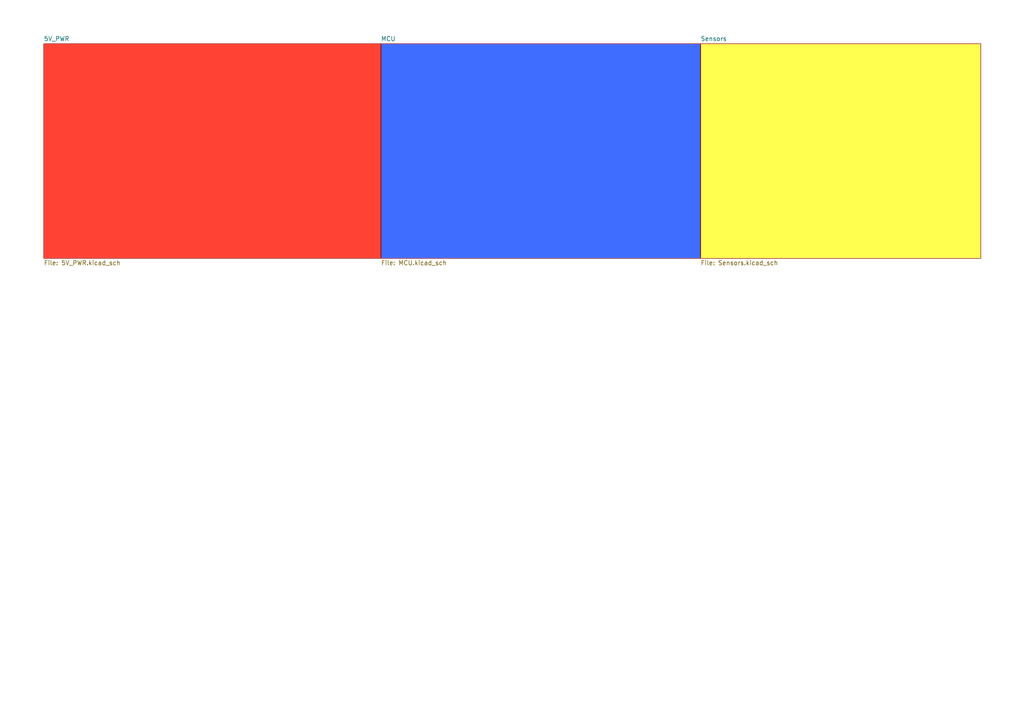
<source format=kicad_sch>
(kicad_sch
	(version 20250114)
	(generator "eeschema")
	(generator_version "9.0")
	(uuid "09432e69-3815-494d-a1cb-cc5c07609725")
	(paper "A4")
	(title_block
		(title "MAIN SHEET")
		(date "01-01-2026")
		(rev "1")
	)
	(lib_symbols)
	(sheet
		(at 12.7 12.7)
		(size 97.79 62.23)
		(exclude_from_sim no)
		(in_bom yes)
		(on_board yes)
		(dnp no)
		(fields_autoplaced yes)
		(stroke
			(width 0.1524)
			(type solid)
		)
		(fill
			(color 255 66 51 1.0000)
		)
		(uuid "2e3f9e0d-9bfc-4ce4-9bd7-45360d853204")
		(property "Sheetname" "5V_PWR"
			(at 12.7 11.9884 0)
			(effects
				(font
					(size 1.27 1.27)
				)
				(justify left bottom)
			)
		)
		(property "Sheetfile" "5V_PWR.kicad_sch"
			(at 12.7 75.5146 0)
			(effects
				(font
					(size 1.27 1.27)
				)
				(justify left top)
			)
		)
		(instances
			(project "IRIS V2"
				(path "/09432e69-3815-494d-a1cb-cc5c07609725"
					(page "2")
				)
			)
		)
	)
	(sheet
		(at 110.49 12.7)
		(size 92.71 62.23)
		(exclude_from_sim no)
		(in_bom yes)
		(on_board yes)
		(dnp no)
		(fields_autoplaced yes)
		(stroke
			(width 0.1524)
			(type solid)
		)
		(fill
			(color 62 109 255 1.0000)
		)
		(uuid "45895381-b332-4eff-bb9b-cf0310849c62")
		(property "Sheetname" "MCU"
			(at 110.49 11.9884 0)
			(effects
				(font
					(size 1.27 1.27)
				)
				(justify left bottom)
			)
		)
		(property "Sheetfile" "MCU.kicad_sch"
			(at 110.49 75.5146 0)
			(effects
				(font
					(size 1.27 1.27)
				)
				(justify left top)
			)
		)
		(instances
			(project "IRIS V2"
				(path "/09432e69-3815-494d-a1cb-cc5c07609725"
					(page "3")
				)
			)
		)
	)
	(sheet
		(at 203.2 12.7)
		(size 81.28 62.23)
		(exclude_from_sim no)
		(in_bom yes)
		(on_board yes)
		(dnp no)
		(fields_autoplaced yes)
		(stroke
			(width 0.1524)
			(type solid)
		)
		(fill
			(color 254 255 78 1.0000)
		)
		(uuid "a0fc50e9-e898-4c39-804e-25d5a4023afc")
		(property "Sheetname" "Sensors"
			(at 203.2 11.9884 0)
			(effects
				(font
					(size 1.27 1.27)
				)
				(justify left bottom)
			)
		)
		(property "Sheetfile" "Sensors.kicad_sch"
			(at 203.2 75.5146 0)
			(effects
				(font
					(size 1.27 1.27)
				)
				(justify left top)
			)
		)
		(instances
			(project "IRIS V2"
				(path "/09432e69-3815-494d-a1cb-cc5c07609725"
					(page "4")
				)
			)
		)
	)
	(sheet_instances
		(path "/"
			(page "1")
		)
	)
	(embedded_fonts no)
)

</source>
